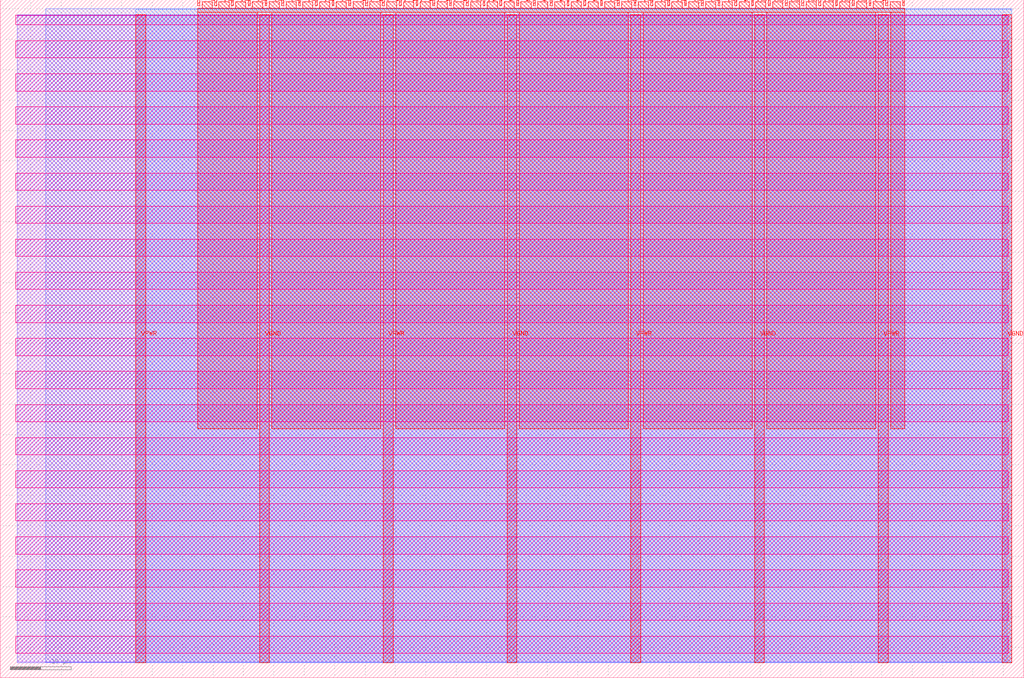
<source format=lef>
VERSION 5.7 ;
  NOWIREEXTENSIONATPIN ON ;
  DIVIDERCHAR "/" ;
  BUSBITCHARS "[]" ;
MACRO tt_um_mvm__dup
  CLASS BLOCK ;
  FOREIGN tt_um_mvm__dup ;
  ORIGIN 0.000 0.000 ;
  SIZE 168.360 BY 111.520 ;
  PIN VGND
    DIRECTION INOUT ;
    USE GROUND ;
    PORT
      LAYER met4 ;
        RECT 42.670 2.480 44.270 109.040 ;
    END
    PORT
      LAYER met4 ;
        RECT 83.380 2.480 84.980 109.040 ;
    END
    PORT
      LAYER met4 ;
        RECT 124.090 2.480 125.690 109.040 ;
    END
    PORT
      LAYER met4 ;
        RECT 164.800 2.480 166.400 109.040 ;
    END
  END VGND
  PIN VPWR
    DIRECTION INOUT ;
    USE POWER ;
    PORT
      LAYER met4 ;
        RECT 22.315 2.480 23.915 109.040 ;
    END
    PORT
      LAYER met4 ;
        RECT 63.025 2.480 64.625 109.040 ;
    END
    PORT
      LAYER met4 ;
        RECT 103.735 2.480 105.335 109.040 ;
    END
    PORT
      LAYER met4 ;
        RECT 144.445 2.480 146.045 109.040 ;
    END
  END VPWR
  PIN clk
    DIRECTION INPUT ;
    USE SIGNAL ;
    ANTENNAGATEAREA 0.852000 ;
    PORT
      LAYER met4 ;
        RECT 145.670 110.520 145.970 111.520 ;
    END
  END clk
  PIN ena
    DIRECTION INPUT ;
    USE SIGNAL ;
    ANTENNAGATEAREA 0.196500 ;
    PORT
      LAYER met4 ;
        RECT 148.430 110.520 148.730 111.520 ;
    END
  END ena
  PIN rst_n
    DIRECTION INPUT ;
    USE SIGNAL ;
    ANTENNAGATEAREA 0.126000 ;
    PORT
      LAYER met4 ;
        RECT 142.910 110.520 143.210 111.520 ;
    END
  END rst_n
  PIN ui_in[0]
    DIRECTION INPUT ;
    USE SIGNAL ;
    ANTENNAGATEAREA 0.159000 ;
    PORT
      LAYER met4 ;
        RECT 140.150 110.520 140.450 111.520 ;
    END
  END ui_in[0]
  PIN ui_in[1]
    DIRECTION INPUT ;
    USE SIGNAL ;
    ANTENNAGATEAREA 0.213000 ;
    PORT
      LAYER met4 ;
        RECT 137.390 110.520 137.690 111.520 ;
    END
  END ui_in[1]
  PIN ui_in[2]
    DIRECTION INPUT ;
    USE SIGNAL ;
    ANTENNAGATEAREA 0.159000 ;
    PORT
      LAYER met4 ;
        RECT 134.630 110.520 134.930 111.520 ;
    END
  END ui_in[2]
  PIN ui_in[3]
    DIRECTION INPUT ;
    USE SIGNAL ;
    ANTENNAGATEAREA 0.213000 ;
    PORT
      LAYER met4 ;
        RECT 131.870 110.520 132.170 111.520 ;
    END
  END ui_in[3]
  PIN ui_in[4]
    DIRECTION INPUT ;
    USE SIGNAL ;
    ANTENNAGATEAREA 0.159000 ;
    PORT
      LAYER met4 ;
        RECT 129.110 110.520 129.410 111.520 ;
    END
  END ui_in[4]
  PIN ui_in[5]
    DIRECTION INPUT ;
    USE SIGNAL ;
    ANTENNAGATEAREA 0.213000 ;
    PORT
      LAYER met4 ;
        RECT 126.350 110.520 126.650 111.520 ;
    END
  END ui_in[5]
  PIN ui_in[6]
    DIRECTION INPUT ;
    USE SIGNAL ;
    ANTENNAGATEAREA 0.213000 ;
    PORT
      LAYER met4 ;
        RECT 123.590 110.520 123.890 111.520 ;
    END
  END ui_in[6]
  PIN ui_in[7]
    DIRECTION INPUT ;
    USE SIGNAL ;
    ANTENNAGATEAREA 0.213000 ;
    PORT
      LAYER met4 ;
        RECT 120.830 110.520 121.130 111.520 ;
    END
  END ui_in[7]
  PIN uio_in[0]
    DIRECTION INPUT ;
    USE SIGNAL ;
    PORT
      LAYER met4 ;
        RECT 118.070 110.520 118.370 111.520 ;
    END
  END uio_in[0]
  PIN uio_in[1]
    DIRECTION INPUT ;
    USE SIGNAL ;
    PORT
      LAYER met4 ;
        RECT 115.310 110.520 115.610 111.520 ;
    END
  END uio_in[1]
  PIN uio_in[2]
    DIRECTION INPUT ;
    USE SIGNAL ;
    ANTENNAGATEAREA 0.196500 ;
    PORT
      LAYER met4 ;
        RECT 112.550 110.520 112.850 111.520 ;
    END
  END uio_in[2]
  PIN uio_in[3]
    DIRECTION INPUT ;
    USE SIGNAL ;
    ANTENNAGATEAREA 0.126000 ;
    PORT
      LAYER met4 ;
        RECT 109.790 110.520 110.090 111.520 ;
    END
  END uio_in[3]
  PIN uio_in[4]
    DIRECTION INPUT ;
    USE SIGNAL ;
    ANTENNAGATEAREA 0.159000 ;
    PORT
      LAYER met4 ;
        RECT 107.030 110.520 107.330 111.520 ;
    END
  END uio_in[4]
  PIN uio_in[5]
    DIRECTION INPUT ;
    USE SIGNAL ;
    ANTENNAGATEAREA 0.159000 ;
    PORT
      LAYER met4 ;
        RECT 104.270 110.520 104.570 111.520 ;
    END
  END uio_in[5]
  PIN uio_in[6]
    DIRECTION INPUT ;
    USE SIGNAL ;
    ANTENNAGATEAREA 0.159000 ;
    PORT
      LAYER met4 ;
        RECT 101.510 110.520 101.810 111.520 ;
    END
  END uio_in[6]
  PIN uio_in[7]
    DIRECTION INPUT ;
    USE SIGNAL ;
    ANTENNAGATEAREA 0.159000 ;
    PORT
      LAYER met4 ;
        RECT 98.750 110.520 99.050 111.520 ;
    END
  END uio_in[7]
  PIN uio_oe[0]
    DIRECTION OUTPUT TRISTATE ;
    USE SIGNAL ;
    PORT
      LAYER met4 ;
        RECT 51.830 110.520 52.130 111.520 ;
    END
  END uio_oe[0]
  PIN uio_oe[1]
    DIRECTION OUTPUT TRISTATE ;
    USE SIGNAL ;
    PORT
      LAYER met4 ;
        RECT 49.070 110.520 49.370 111.520 ;
    END
  END uio_oe[1]
  PIN uio_oe[2]
    DIRECTION OUTPUT TRISTATE ;
    USE SIGNAL ;
    PORT
      LAYER met4 ;
        RECT 46.310 110.520 46.610 111.520 ;
    END
  END uio_oe[2]
  PIN uio_oe[3]
    DIRECTION OUTPUT TRISTATE ;
    USE SIGNAL ;
    PORT
      LAYER met4 ;
        RECT 43.550 110.520 43.850 111.520 ;
    END
  END uio_oe[3]
  PIN uio_oe[4]
    DIRECTION OUTPUT TRISTATE ;
    USE SIGNAL ;
    PORT
      LAYER met4 ;
        RECT 40.790 110.520 41.090 111.520 ;
    END
  END uio_oe[4]
  PIN uio_oe[5]
    DIRECTION OUTPUT TRISTATE ;
    USE SIGNAL ;
    PORT
      LAYER met4 ;
        RECT 38.030 110.520 38.330 111.520 ;
    END
  END uio_oe[5]
  PIN uio_oe[6]
    DIRECTION OUTPUT TRISTATE ;
    USE SIGNAL ;
    PORT
      LAYER met4 ;
        RECT 35.270 110.520 35.570 111.520 ;
    END
  END uio_oe[6]
  PIN uio_oe[7]
    DIRECTION OUTPUT TRISTATE ;
    USE SIGNAL ;
    PORT
      LAYER met4 ;
        RECT 32.510 110.520 32.810 111.520 ;
    END
  END uio_oe[7]
  PIN uio_out[0]
    DIRECTION OUTPUT TRISTATE ;
    USE SIGNAL ;
    ANTENNADIFFAREA 0.795200 ;
    PORT
      LAYER met4 ;
        RECT 73.910 110.520 74.210 111.520 ;
    END
  END uio_out[0]
  PIN uio_out[1]
    DIRECTION OUTPUT TRISTATE ;
    USE SIGNAL ;
    ANTENNADIFFAREA 0.795200 ;
    PORT
      LAYER met4 ;
        RECT 71.150 110.520 71.450 111.520 ;
    END
  END uio_out[1]
  PIN uio_out[2]
    DIRECTION OUTPUT TRISTATE ;
    USE SIGNAL ;
    PORT
      LAYER met4 ;
        RECT 68.390 110.520 68.690 111.520 ;
    END
  END uio_out[2]
  PIN uio_out[3]
    DIRECTION OUTPUT TRISTATE ;
    USE SIGNAL ;
    PORT
      LAYER met4 ;
        RECT 65.630 110.520 65.930 111.520 ;
    END
  END uio_out[3]
  PIN uio_out[4]
    DIRECTION OUTPUT TRISTATE ;
    USE SIGNAL ;
    PORT
      LAYER met4 ;
        RECT 62.870 110.520 63.170 111.520 ;
    END
  END uio_out[4]
  PIN uio_out[5]
    DIRECTION OUTPUT TRISTATE ;
    USE SIGNAL ;
    PORT
      LAYER met4 ;
        RECT 60.110 110.520 60.410 111.520 ;
    END
  END uio_out[5]
  PIN uio_out[6]
    DIRECTION OUTPUT TRISTATE ;
    USE SIGNAL ;
    PORT
      LAYER met4 ;
        RECT 57.350 110.520 57.650 111.520 ;
    END
  END uio_out[6]
  PIN uio_out[7]
    DIRECTION OUTPUT TRISTATE ;
    USE SIGNAL ;
    PORT
      LAYER met4 ;
        RECT 54.590 110.520 54.890 111.520 ;
    END
  END uio_out[7]
  PIN uo_out[0]
    DIRECTION OUTPUT TRISTATE ;
    USE SIGNAL ;
    ANTENNAGATEAREA 0.126000 ;
    ANTENNADIFFAREA 0.891000 ;
    PORT
      LAYER met4 ;
        RECT 95.990 110.520 96.290 111.520 ;
    END
  END uo_out[0]
  PIN uo_out[1]
    DIRECTION OUTPUT TRISTATE ;
    USE SIGNAL ;
    ANTENNAGATEAREA 0.126000 ;
    ANTENNADIFFAREA 0.445500 ;
    PORT
      LAYER met4 ;
        RECT 93.230 110.520 93.530 111.520 ;
    END
  END uo_out[1]
  PIN uo_out[2]
    DIRECTION OUTPUT TRISTATE ;
    USE SIGNAL ;
    ANTENNAGATEAREA 0.126000 ;
    ANTENNADIFFAREA 0.445500 ;
    PORT
      LAYER met4 ;
        RECT 90.470 110.520 90.770 111.520 ;
    END
  END uo_out[2]
  PIN uo_out[3]
    DIRECTION OUTPUT TRISTATE ;
    USE SIGNAL ;
    ANTENNAGATEAREA 0.126000 ;
    ANTENNADIFFAREA 0.891000 ;
    PORT
      LAYER met4 ;
        RECT 87.710 110.520 88.010 111.520 ;
    END
  END uo_out[3]
  PIN uo_out[4]
    DIRECTION OUTPUT TRISTATE ;
    USE SIGNAL ;
    ANTENNAGATEAREA 0.126000 ;
    ANTENNADIFFAREA 0.891000 ;
    PORT
      LAYER met4 ;
        RECT 84.950 110.520 85.250 111.520 ;
    END
  END uo_out[4]
  PIN uo_out[5]
    DIRECTION OUTPUT TRISTATE ;
    USE SIGNAL ;
    ANTENNAGATEAREA 0.126000 ;
    ANTENNADIFFAREA 0.891000 ;
    PORT
      LAYER met4 ;
        RECT 82.190 110.520 82.490 111.520 ;
    END
  END uo_out[5]
  PIN uo_out[6]
    DIRECTION OUTPUT TRISTATE ;
    USE SIGNAL ;
    ANTENNAGATEAREA 0.126000 ;
    ANTENNADIFFAREA 0.891000 ;
    PORT
      LAYER met4 ;
        RECT 79.430 110.520 79.730 111.520 ;
    END
  END uo_out[6]
  PIN uo_out[7]
    DIRECTION OUTPUT TRISTATE ;
    USE SIGNAL ;
    ANTENNAGATEAREA 0.126000 ;
    ANTENNADIFFAREA 0.445500 ;
    PORT
      LAYER met4 ;
        RECT 76.670 110.520 76.970 111.520 ;
    END
  END uo_out[7]
  OBS
      LAYER nwell ;
        RECT 2.570 107.385 165.790 108.990 ;
        RECT 2.570 101.945 165.790 104.775 ;
        RECT 2.570 96.505 165.790 99.335 ;
        RECT 2.570 91.065 165.790 93.895 ;
        RECT 2.570 85.625 165.790 88.455 ;
        RECT 2.570 80.185 165.790 83.015 ;
        RECT 2.570 74.745 165.790 77.575 ;
        RECT 2.570 69.305 165.790 72.135 ;
        RECT 2.570 63.865 165.790 66.695 ;
        RECT 2.570 58.425 165.790 61.255 ;
        RECT 2.570 52.985 165.790 55.815 ;
        RECT 2.570 47.545 165.790 50.375 ;
        RECT 2.570 42.105 165.790 44.935 ;
        RECT 2.570 36.665 165.790 39.495 ;
        RECT 2.570 31.225 165.790 34.055 ;
        RECT 2.570 25.785 165.790 28.615 ;
        RECT 2.570 20.345 165.790 23.175 ;
        RECT 2.570 14.905 165.790 17.735 ;
        RECT 2.570 9.465 165.790 12.295 ;
        RECT 2.570 4.025 165.790 6.855 ;
      LAYER li1 ;
        RECT 2.760 2.635 165.600 108.885 ;
      LAYER met1 ;
        RECT 2.760 2.480 166.400 109.040 ;
      LAYER met2 ;
        RECT 7.460 2.535 166.370 110.005 ;
      LAYER met3 ;
        RECT 22.325 2.555 166.390 109.985 ;
      LAYER met4 ;
        RECT 33.210 110.120 34.870 111.170 ;
        RECT 35.970 110.120 37.630 111.170 ;
        RECT 38.730 110.120 40.390 111.170 ;
        RECT 41.490 110.120 43.150 111.170 ;
        RECT 44.250 110.120 45.910 111.170 ;
        RECT 47.010 110.120 48.670 111.170 ;
        RECT 49.770 110.120 51.430 111.170 ;
        RECT 52.530 110.120 54.190 111.170 ;
        RECT 55.290 110.120 56.950 111.170 ;
        RECT 58.050 110.120 59.710 111.170 ;
        RECT 60.810 110.120 62.470 111.170 ;
        RECT 63.570 110.120 65.230 111.170 ;
        RECT 66.330 110.120 67.990 111.170 ;
        RECT 69.090 110.120 70.750 111.170 ;
        RECT 71.850 110.120 73.510 111.170 ;
        RECT 74.610 110.120 76.270 111.170 ;
        RECT 77.370 110.120 79.030 111.170 ;
        RECT 80.130 110.120 81.790 111.170 ;
        RECT 82.890 110.120 84.550 111.170 ;
        RECT 85.650 110.120 87.310 111.170 ;
        RECT 88.410 110.120 90.070 111.170 ;
        RECT 91.170 110.120 92.830 111.170 ;
        RECT 93.930 110.120 95.590 111.170 ;
        RECT 96.690 110.120 98.350 111.170 ;
        RECT 99.450 110.120 101.110 111.170 ;
        RECT 102.210 110.120 103.870 111.170 ;
        RECT 104.970 110.120 106.630 111.170 ;
        RECT 107.730 110.120 109.390 111.170 ;
        RECT 110.490 110.120 112.150 111.170 ;
        RECT 113.250 110.120 114.910 111.170 ;
        RECT 116.010 110.120 117.670 111.170 ;
        RECT 118.770 110.120 120.430 111.170 ;
        RECT 121.530 110.120 123.190 111.170 ;
        RECT 124.290 110.120 125.950 111.170 ;
        RECT 127.050 110.120 128.710 111.170 ;
        RECT 129.810 110.120 131.470 111.170 ;
        RECT 132.570 110.120 134.230 111.170 ;
        RECT 135.330 110.120 136.990 111.170 ;
        RECT 138.090 110.120 139.750 111.170 ;
        RECT 140.850 110.120 142.510 111.170 ;
        RECT 143.610 110.120 145.270 111.170 ;
        RECT 146.370 110.120 148.030 111.170 ;
        RECT 32.495 109.440 148.745 110.120 ;
        RECT 32.495 40.975 42.270 109.440 ;
        RECT 44.670 40.975 62.625 109.440 ;
        RECT 65.025 40.975 82.980 109.440 ;
        RECT 85.380 40.975 103.335 109.440 ;
        RECT 105.735 40.975 123.690 109.440 ;
        RECT 126.090 40.975 144.045 109.440 ;
        RECT 146.445 40.975 148.745 109.440 ;
  END
END tt_um_mvm__dup
END LIBRARY


</source>
